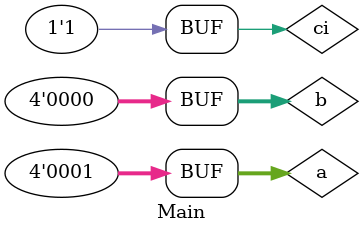
<source format=v>

module fullAdder (output s0, output carryOut, 
                  input x,input y, input carryIn);
						
assign s0 = (x^y)^carryIn;
assign carryOut = (((x^y)&carryIn)|(x&y));

endmodule

module unir(output[4:0] s, input a, input b, input c, input d, input e);
assign s[0] = e;
assign s[1] = d;
assign s[2] = c;
assign s[3] = b;
assign s[4] = a;

endmodule

module Main;

reg [3:0]a, b;
reg ci;
wire s0, s1, s2, s3;
wire co0, co1, co2, co3;
wire[4:0] Sf;

fullAdder A(s0, co0, a[0], b[0], ci);
fullAdder B(s1, co1, a[1], b[1], co0);
fullAdder C(s2, co2, a[2], b[2], co1);
fullAdder D(s3, co3, a[3], b[3], co2);

unir T(Sf, co3, s3, s2, s1, s0);

initial begin:start 
a=4'b0000; b=4'b0000;
ci=1'b1;
end

initial begin
$display("Exemplo0033 - Miller - 449048"); 
$display("Incremento de 1");
$display("");
$monitor("%b = %b", a, Sf );

#1	a=4'b0101; 
#1	a=4'b1100;
#1	a=4'b0010;
#1	a=4'b1010;
#1	a=4'b0110;
#1	a=4'b0010;
#1	a=4'b1111;
#1	a=4'b0000;
#1	a=4'b0001;

end
endmodule

</source>
